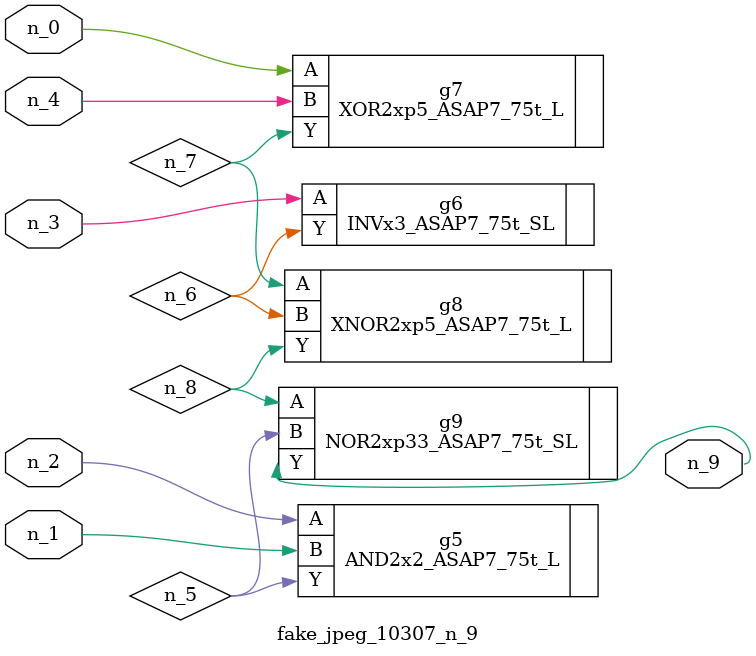
<source format=v>
module fake_jpeg_10307_n_9 (n_3, n_2, n_1, n_0, n_4, n_9);

input n_3;
input n_2;
input n_1;
input n_0;
input n_4;

output n_9;

wire n_8;
wire n_6;
wire n_5;
wire n_7;

AND2x2_ASAP7_75t_L g5 ( 
.A(n_2),
.B(n_1),
.Y(n_5)
);

INVx3_ASAP7_75t_SL g6 ( 
.A(n_3),
.Y(n_6)
);

XOR2xp5_ASAP7_75t_L g7 ( 
.A(n_0),
.B(n_4),
.Y(n_7)
);

XNOR2xp5_ASAP7_75t_L g8 ( 
.A(n_7),
.B(n_6),
.Y(n_8)
);

NOR2xp33_ASAP7_75t_SL g9 ( 
.A(n_8),
.B(n_5),
.Y(n_9)
);


endmodule
</source>
